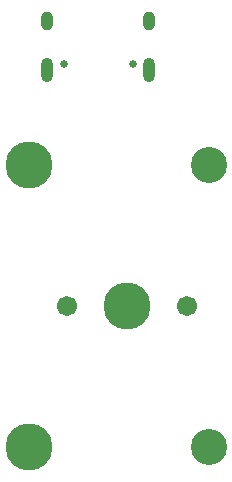
<source format=gbr>
%TF.GenerationSoftware,KiCad,Pcbnew,8.0.7*%
%TF.CreationDate,2025-02-15T22:59:02+05:30*%
%TF.ProjectId,isopcb,69736f70-6362-42e6-9b69-6361645f7063,rev?*%
%TF.SameCoordinates,Original*%
%TF.FileFunction,Soldermask,Top*%
%TF.FilePolarity,Negative*%
%FSLAX46Y46*%
G04 Gerber Fmt 4.6, Leading zero omitted, Abs format (unit mm)*
G04 Created by KiCad (PCBNEW 8.0.7) date 2025-02-15 22:59:02*
%MOMM*%
%LPD*%
G01*
G04 APERTURE LIST*
%ADD10C,3.987800*%
%ADD11C,1.701800*%
%ADD12C,3.048000*%
%ADD13C,0.650000*%
%ADD14O,1.000000X1.600000*%
%ADD15O,1.000000X2.100000*%
G04 APERTURE END LIST*
D10*
%TO.C,SW1*%
X158422000Y-81718600D03*
X158422000Y-105594600D03*
D11*
X161597000Y-93656600D03*
D10*
X166677000Y-93656600D03*
D11*
X171757000Y-93656600D03*
D12*
X173662000Y-81718600D03*
X173662000Y-105594600D03*
%TD*%
D13*
%TO.C,J1*%
X161405900Y-73162800D03*
X167185900Y-73162800D03*
D14*
X159975900Y-69512800D03*
D15*
X159975900Y-73692800D03*
D14*
X168615900Y-69512800D03*
D15*
X168615900Y-73692800D03*
%TD*%
M02*

</source>
